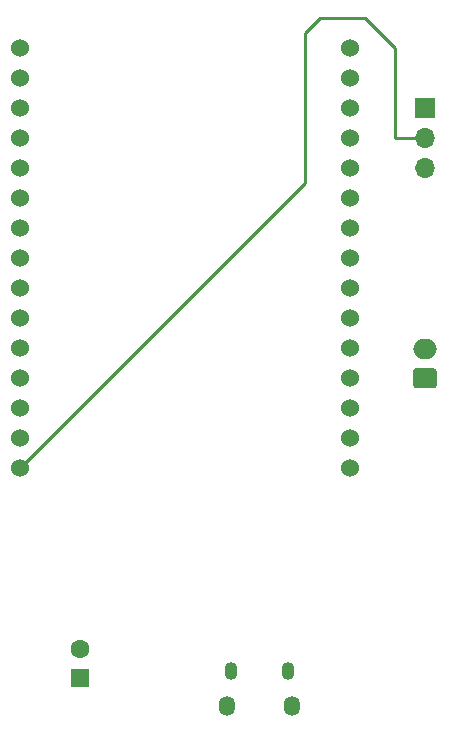
<source format=gbl>
%TF.GenerationSoftware,KiCad,Pcbnew,(5.1.10)-1*%
%TF.CreationDate,2021-08-28T03:20:54+08:00*%
%TF.ProjectId,nodemcu_board,6e6f6465-6d63-4755-9f62-6f6172642e6b,rev?*%
%TF.SameCoordinates,Original*%
%TF.FileFunction,Copper,L2,Bot*%
%TF.FilePolarity,Positive*%
%FSLAX46Y46*%
G04 Gerber Fmt 4.6, Leading zero omitted, Abs format (unit mm)*
G04 Created by KiCad (PCBNEW (5.1.10)-1) date 2021-08-28 03:20:54*
%MOMM*%
%LPD*%
G01*
G04 APERTURE LIST*
%TA.AperFunction,ComponentPad*%
%ADD10C,1.600000*%
%TD*%
%TA.AperFunction,ComponentPad*%
%ADD11R,1.600000X1.600000*%
%TD*%
%TA.AperFunction,ComponentPad*%
%ADD12O,2.000000X1.700000*%
%TD*%
%TA.AperFunction,ComponentPad*%
%ADD13O,1.350000X1.700000*%
%TD*%
%TA.AperFunction,ComponentPad*%
%ADD14O,1.100000X1.500000*%
%TD*%
%TA.AperFunction,ComponentPad*%
%ADD15O,1.700000X1.700000*%
%TD*%
%TA.AperFunction,ComponentPad*%
%ADD16R,1.700000X1.700000*%
%TD*%
%TA.AperFunction,ComponentPad*%
%ADD17C,1.524000*%
%TD*%
%TA.AperFunction,Conductor*%
%ADD18C,0.250000*%
%TD*%
G04 APERTURE END LIST*
D10*
%TO.P,C1,2*%
%TO.N,Net-(C1-Pad2)*%
X133096000Y-122388000D03*
D11*
%TO.P,C1,1*%
%TO.N,Net-(C1-Pad1)*%
X133096000Y-124888000D03*
%TD*%
D12*
%TO.P,D1,2*%
%TO.N,Net-(D1-Pad2)*%
X162306000Y-96988000D03*
%TO.P,D1,1*%
%TO.N,Net-(C1-Pad2)*%
%TA.AperFunction,ComponentPad*%
G36*
G01*
X163056000Y-100338000D02*
X161556000Y-100338000D01*
G75*
G02*
X161306000Y-100088000I0J250000D01*
G01*
X161306000Y-98888000D01*
G75*
G02*
X161556000Y-98638000I250000J0D01*
G01*
X163056000Y-98638000D01*
G75*
G02*
X163306000Y-98888000I0J-250000D01*
G01*
X163306000Y-100088000D01*
G75*
G02*
X163056000Y-100338000I-250000J0D01*
G01*
G37*
%TD.AperFunction*%
%TD*%
D13*
%TO.P,J1,6*%
%TO.N,Net-(C1-Pad2)*%
X151041000Y-127273000D03*
X145581000Y-127273000D03*
D14*
X150731000Y-124273000D03*
X145891000Y-124273000D03*
%TD*%
D15*
%TO.P,J2,3*%
%TO.N,Net-(J2-Pad3)*%
X162306000Y-81708000D03*
%TO.P,J2,2*%
%TO.N,Net-(C1-Pad1)*%
X162306000Y-79168000D03*
D16*
%TO.P,J2,1*%
%TO.N,Net-(C1-Pad2)*%
X162306000Y-76628000D03*
%TD*%
D17*
%TO.P,U1,1*%
%TO.N,Net-(C1-Pad2)*%
X128016000Y-74088000D03*
%TO.P,U1,2*%
%TO.N,N/C*%
X128016000Y-76628000D03*
%TO.P,U1,3*%
X128016000Y-79168000D03*
%TO.P,U1,4*%
X128016000Y-81708000D03*
%TO.P,U1,5*%
X128016000Y-84248000D03*
%TO.P,U1,6*%
X128016000Y-86788000D03*
%TO.P,U1,7*%
X128016000Y-89328000D03*
%TO.P,U1,8*%
X128016000Y-91868000D03*
%TO.P,U1,9*%
X128016000Y-94408000D03*
%TO.P,U1,10*%
%TO.N,Net-(U1-Pad10)*%
X128016000Y-96948000D03*
%TO.P,U1,11*%
%TO.N,N/C*%
X128016000Y-99488000D03*
%TO.P,U1,12*%
%TO.N,Net-(U1-Pad12)*%
X128016000Y-102028000D03*
%TO.P,U1,13*%
%TO.N,N/C*%
X128016000Y-104568000D03*
%TO.P,U1,14*%
%TO.N,Net-(C1-Pad1)*%
X128016000Y-107108000D03*
%TO.P,U1,15*%
%TO.N,Net-(U1-Pad15)*%
X155956000Y-71548000D03*
%TO.P,U1,16*%
%TO.N,Net-(U1-Pad16)*%
X155956000Y-74088000D03*
%TO.P,U1,17*%
%TO.N,Net-(U1-Pad17)*%
X155956000Y-76628000D03*
%TO.P,U1,18*%
%TO.N,Net-(U1-Pad18)*%
X155956000Y-79168000D03*
%TO.P,U1,19*%
%TO.N,Net-(J2-Pad3)*%
X155956000Y-81708000D03*
%TO.P,U1,20*%
%TO.N,N/C*%
X155956000Y-84248000D03*
%TO.P,U1,21*%
X155956000Y-86788000D03*
%TO.P,U1,22*%
%TO.N,Net-(R1-Pad2)*%
X155956000Y-89328000D03*
%TO.P,U1,23*%
%TO.N,Net-(U1-Pad23)*%
X155956000Y-91868000D03*
%TO.P,U1,24*%
%TO.N,Net-(U1-Pad24)*%
X155956000Y-94408000D03*
%TO.P,U1,25*%
%TO.N,Net-(U1-Pad25)*%
X155956000Y-96948000D03*
%TO.P,U1,26*%
%TO.N,Net-(U1-Pad26)*%
X155956000Y-99488000D03*
%TO.P,U1,27*%
%TO.N,Net-(U1-Pad27)*%
X155956000Y-102028000D03*
%TO.P,U1,28*%
%TO.N,N/C*%
X155956000Y-104568000D03*
%TO.P,U1,29*%
X155956000Y-107108000D03*
%TO.P,U1,0*%
%TO.N,Net-(U1-Pad0)*%
X128016000Y-71548000D03*
%TD*%
D18*
%TO.N,Net-(C1-Pad1)*%
X128016000Y-107108000D02*
X152146000Y-82978000D01*
X152146000Y-82978000D02*
X152146000Y-70278000D01*
X152146000Y-70278000D02*
X153416000Y-69008000D01*
X153416000Y-69008000D02*
X157226000Y-69008000D01*
X157226000Y-69008000D02*
X159766000Y-71548000D01*
X159766000Y-71548000D02*
X159766000Y-79168000D01*
X159766000Y-79168000D02*
X162306000Y-79168000D01*
%TD*%
M02*

</source>
